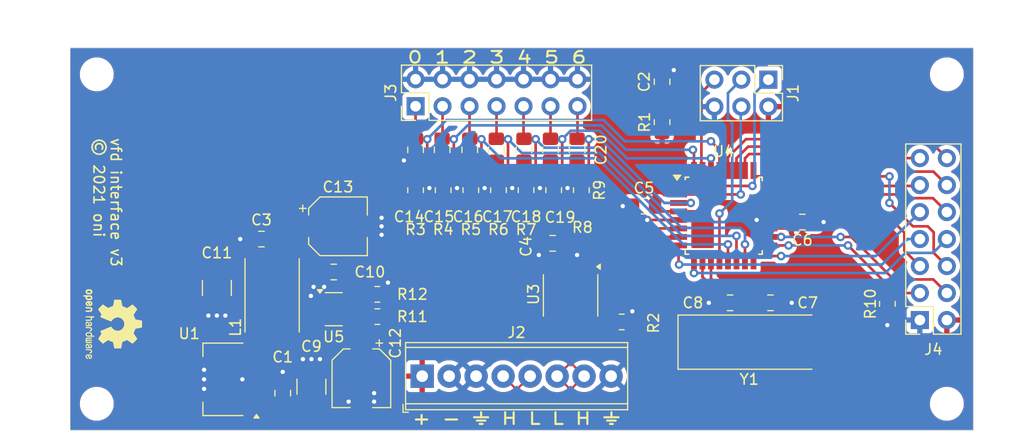
<source format=kicad_pcb>
(kicad_pcb
	(version 20240108)
	(generator "pcbnew")
	(generator_version "8.0")
	(general
		(thickness 1.6)
		(legacy_teardrops no)
	)
	(paper "A4")
	(title_block
		(title "VFD Interface")
		(date "2021-12-12")
		(rev "3")
		(company "© 2021 oni")
	)
	(layers
		(0 "F.Cu" signal)
		(31 "B.Cu" signal)
		(32 "B.Adhes" user "B.Adhesive")
		(33 "F.Adhes" user "F.Adhesive")
		(34 "B.Paste" user)
		(35 "F.Paste" user)
		(36 "B.SilkS" user "B.Silkscreen")
		(37 "F.SilkS" user "F.Silkscreen")
		(38 "B.Mask" user)
		(39 "F.Mask" user)
		(40 "Dwgs.User" user "User.Drawings")
		(41 "Cmts.User" user "User.Comments")
		(42 "Eco1.User" user "User.Eco1")
		(43 "Eco2.User" user "User.Eco2")
		(44 "Edge.Cuts" user)
		(45 "Margin" user)
		(46 "B.CrtYd" user "B.Courtyard")
		(47 "F.CrtYd" user "F.Courtyard")
		(48 "B.Fab" user)
		(49 "F.Fab" user)
	)
	(setup
		(pad_to_mask_clearance 0)
		(allow_soldermask_bridges_in_footprints no)
		(pcbplotparams
			(layerselection 0x00010fc_ffffffff)
			(plot_on_all_layers_selection 0x0000000_00000000)
			(disableapertmacros no)
			(usegerberextensions no)
			(usegerberattributes yes)
			(usegerberadvancedattributes yes)
			(creategerberjobfile yes)
			(dashed_line_dash_ratio 12.000000)
			(dashed_line_gap_ratio 3.000000)
			(svgprecision 4)
			(plotframeref no)
			(viasonmask no)
			(mode 1)
			(useauxorigin no)
			(hpglpennumber 1)
			(hpglpenspeed 20)
			(hpglpendiameter 15.000000)
			(pdf_front_fp_property_popups yes)
			(pdf_back_fp_property_popups yes)
			(dxfpolygonmode yes)
			(dxfimperialunits yes)
			(dxfusepcbnewfont yes)
			(psnegative no)
			(psa4output no)
			(plotreference yes)
			(plotvalue yes)
			(plotfptext yes)
			(plotinvisibletext no)
			(sketchpadsonfab no)
			(subtractmaskfromsilk yes)
			(outputformat 1)
			(mirror no)
			(drillshape 0)
			(scaleselection 1)
			(outputdirectory "plot")
		)
	)
	(net 0 "")
	(net 1 "GND")
	(net 2 "+12V")
	(net 3 "/~{RESET}")
	(net 4 "+5V")
	(net 5 "Net-(U4-XTAL2{slash}PE2)")
	(net 6 "Net-(U4-XTAL1{slash}PE1)")
	(net 7 "/MOSI")
	(net 8 "/SCK")
	(net 9 "/MISO")
	(net 10 "/CAN+")
	(net 11 "/CAN-")
	(net 12 "/BUTTON6")
	(net 13 "/BUTTON5")
	(net 14 "/BUTTON4")
	(net 15 "/BUTTON3")
	(net 16 "/BUTTON2")
	(net 17 "/BUTTON1")
	(net 18 "/BUTTON0")
	(net 19 "Net-(U5-BS)")
	(net 20 "/VFDDB7")
	(net 21 "/VFDDB6")
	(net 22 "/VFDDB5")
	(net 23 "/VFDDB4")
	(net 24 "/VFDDB3")
	(net 25 "/VFDDB2")
	(net 26 "/VFDDB1")
	(net 27 "/VFDDB0")
	(net 28 "/VFDE")
	(net 29 "/VFDR~{W}")
	(net 30 "/VFDRS")
	(net 31 "/CANRX")
	(net 32 "/CANTX")
	(net 33 "Net-(U5-SW)")
	(net 34 "Net-(U3-Rs)")
	(net 35 "Net-(U5-FB)")
	(net 36 "/VF~{RESET}")
	(net 37 "unconnected-(U3-Vref-Pad5)")
	(net 38 "unconnected-(U4-AREF{slash}ISRC-Pad21)")
	(net 39 "unconnected-(U5-EN-Pad5)")
	(footprint "Capacitor_SMD:C_0805_2012Metric_Pad1.18x1.45mm_HandSolder" (layer "F.Cu") (at 174.9 98))
	(footprint "Resistor_SMD:R_0805_2012Metric_Pad1.20x1.40mm_HandSolder" (layer "F.Cu") (at 138.5 95 90))
	(footprint "Capacitor_SMD:C_0805_2012Metric_Pad1.18x1.45mm_HandSolder" (layer "F.Cu") (at 161.7 84.8 90))
	(footprint "Package_SO:SOIC-8_3.9x4.9mm_P1.27mm" (layer "F.Cu") (at 153.09 104.9 -90))
	(footprint "Crystal:Crystal_SMD_HC49-SD" (layer "F.Cu") (at 169.9 109.3))
	(footprint "Symbol:OSHW-Logo2_7.3x6mm_SilkScreen" (layer "F.Cu") (at 110 107.6 -90))
	(footprint "Package_TO_SOT_SMD:SOT-223-3_TabPin2" (layer "F.Cu") (at 120.4 112.8 180))
	(footprint "Connector_PinSocket_2.54mm:PinSocket_2x07_P2.54mm_Vertical" (layer "F.Cu") (at 185.96 107.22 180))
	(footprint "Resistor_SMD:R_0805_2012Metric_Pad1.20x1.40mm_HandSolder" (layer "F.Cu") (at 154.1 95 90))
	(footprint "MountingHole:MountingHole_2.7mm_M2.5_DIN965" (layer "F.Cu") (at 188.5 84.1 180))
	(footprint "Resistor_SMD:R_0805_2012Metric_Pad1.20x1.40mm_HandSolder" (layer "F.Cu") (at 141.1 95 90))
	(footprint "Resistor_SMD:R_0805_2012Metric_Pad1.20x1.40mm_HandSolder" (layer "F.Cu") (at 148.9 95 90))
	(footprint "TerminalBlock_Phoenix:TerminalBlock_Phoenix_MPT-0,5-8-2.54_1x08_P2.54mm_Horizontal" (layer "F.Cu") (at 139.12 112.5))
	(footprint "Resistor_SMD:R_0805_2012Metric_Pad1.20x1.40mm_HandSolder" (layer "F.Cu") (at 157.9 107.4))
	(footprint "Connector_PinHeader_2.54mm:PinHeader_2x07_P2.54mm_Vertical" (layer "F.Cu") (at 138.5 87.1 90))
	(footprint "Capacitor_SMD:C_0805_2012Metric_Pad1.18x1.45mm_HandSolder" (layer "F.Cu") (at 168.1 105.6))
	(footprint "Capacitor_SMD:C_0805_2012Metric_Pad1.18x1.45mm_HandSolder" (layer "F.Cu") (at 151.4 100 180))
	(footprint "Resistor_SMD:R_0805_2012Metric_Pad1.20x1.40mm_HandSolder" (layer "F.Cu") (at 143.7 95 90))
	(footprint "MountingHole:MountingHole_2.7mm_M2.5_DIN965" (layer "F.Cu") (at 108.5 84.1 180))
	(footprint "Connector_PinHeader_2.54mm:PinHeader_2x03_P2.54mm_Vertical" (layer "F.Cu") (at 171.7 84.6 -90))
	(footprint "MountingHole:MountingHole_2.7mm_M2.5_DIN965" (layer "F.Cu") (at 108.5 115.1 180))
	(footprint "MountingHole:MountingHole_2.7mm_M2.5_DIN965" (layer "F.Cu") (at 188.5 115.1 180))
	(footprint "Resistor_SMD:R_0805_2012Metric_Pad1.20x1.40mm_HandSolder" (layer "F.Cu") (at 151.5 95 90))
	(footprint "Resistor_SMD:R_0805_2012Metric_Pad1.20x1.40mm_HandSolder" (layer "F.Cu") (at 146.3 95 90))
	(footprint "Capacitor_SMD:C_0805_2012Metric_Pad1.18x1.45mm_HandSolder" (layer "F.Cu") (at 160 96.5 180))
	(footprint "Resistor_SMD:R_0805_2012Metric_Pad1.20x1.40mm_HandSolder" (layer "F.Cu") (at 161.7 88.6 90))
	(footprint "Capacitor_SMD:C_0805_2012Metric_Pad1.18x1.45mm_HandSolder" (layer "F.Cu") (at 171.9 105.6 180))
	(footprint "Capacitor_SMD:C_0805_2012Metric_Pad1.18x1.45mm_HandSolder" (layer "F.Cu") (at 126 114.1 90))
	(footprint "Resistor_SMD:R_0805_2012Metric_Pad1.20x1.40mm_HandSolder" (layer "F.Cu") (at 182.9 105.7 -90))
	(footprint "Capacitor_SMD:CP_Elec_5x5.3" (layer "F.Cu") (at 131.2 98.4))
	(footprint "Capacitor_SMD:C_0805_2012Metric_Pad1.18x1.45mm_HandSolder" (layer "F.Cu") (at 124 99.6 180))
	(footprint "Capacitor_SMD:C_1210_3225Metric_Pad1.33x2.70mm_HandSolder" (layer "F.Cu") (at 119.8 104.2 -90))
	(footprint "Capacitor_SMD:C_0805_2012Metric_Pad1.18x1.45mm_HandSolder" (layer "F.Cu") (at 130.8 102.7 180))
	(footprint "Package_TO_SOT_SMD:SOT-23-6" (layer "F.Cu") (at 130.8 106.2))
	(footprint "Inductor_SMD:L_Taiyo-Yuden_NR-50xx_HandSoldering"
		(layer "F.Cu")
		(uuid "00000000-0000-0000-0000-000061d64e26")
		(at 125 104.9 90)
		(descr "Inductor, Taiyo Yuden, NR series, Taiyo-Yuden_NR-50xx, 4.9mmx4.9mm")
		(tags "inductor taiyo-yuden nr smd")
		(property "Reference" "L1"
			(at -3 -3.45 90)
			(layer "F.SilkS")
			(uuid "419828e3-c752-4f6e-a84d-29761f24031c")
			(effects
				(font
					(size 1 1)
					(thickness 0.15)
				)
			)
		)
		(property "Value" "3.3u"
			(at 0 3.95 90)
			(layer "F.Fab")
			(uuid "09397be1-fbd2-4be5-be37-f88b97a7fb2e")
			(effects
				(font
					(size 1 1)
					(thickness 0.15)
				)
			)
		)
		(property "Footprint" "Inductor_SMD:L_Taiyo-Yuden_NR-50xx_HandSoldering"
			(at 0 0 90)
			(layer "F.Fab")
			(hide yes)
			(uuid "27cf1168-218d-4fcc-994e-edcdd724a2e9")
			(effects
				(font
					(size 1.27 1.27)
					(thickness 0.15)
				)
			)
		)
		(property "Datasheet" ""
			(at 0 0 90)
			(layer "F.Fab")
			(hide yes)
			(uuid "904995dd-6922-4a01-819f-dd9db8b646f9")
			(effects
				(font
					(size 1.27 1.27)
					(thickness 0.15)
				)
			)
		)
		(property "Description" "Inductor"
			(at 0 0 90)
			(layer "F.Fab")
			(hide yes)
			(uuid "8a6d293d-e9cc-468a-bd34-bdf982f402ee")
			(effects
				(font
					(size 1.27 1.27)
					(thickness 0.15)
				)
			)
		)
		(property ki_fp_filters "Choke_* *Coil* Inductor_* L_*")
		(path "/00000000-0000-0000-0000-00006098839d")
		(sheetname "Root")
		(sheetfile "display.kicad_sch")
		(attr smd)
		(fp_line
			(start -3.45 -2.55)
			(end 3.45 -2.55)
			(stroke
				(width 0.12)
				(type solid)
			)
			(layer "F.SilkS")
			(uuid "f680c7a8-c885-493e-8678-f091ba778741")
		)
		(fp_line
			(start -3.45 2.55)
			(end 3.45 2.55)
			(stroke
				(width 0.12)
				(type solid)
			)
			(layer "F.SilkS")
			(uuid "292fad9f-820c-4281-866a-2d317b3d9861")
		)
		(fp_line
			(start 3.75 -2.75)
			(end -3.75 -2.75)
			(stroke
				(width 0.05)
				(type solid)
			)
			(layer "F.CrtYd")
			(uuid "6892d221-0c29-4f41-9f57-11257129bdea")
		)
		(fp_line
			(start -3.75 -2.75)
			(end -3.75 2.75)
			(stroke
				(width 0.05)
				(type solid)
			)
			(layer "F.CrtYd")
			(uuid "99984aba-788c-4915-b9ad-a6e2ec205922")
		)
		(fp_line
			(start 3.75 2.75)
			(end 3.75 -2.75)
			(stroke
				(width 0.05)
				(type solid)
			)
			(layer "F.CrtYd")
			(uuid "1d8d3f97-b8e1-49f5-b097-38aa993da2df")
		)
		(fp_line
			(start -3.75 2.75)
			(end 3.75 2.75)
			(stroke
				(width 0.05)
				(type solid)
			)
			(layer "F.CrtYd")
			(uuid "db0cc933-29e5-4633-b54d-8188a197597f")
		)
		(fp_line
			(start 1.65 -2.45)
			(end 0 -2.45)
			(stroke
				(width 0.1)
				(type solid)
			)
			(layer "F.Fab")
			(uuid "04c84aa5-1369-493f-89dd-4032c2c61c14")
		)
		(fp_line
			(start -1.65 -2.45)
			(end 0 -2.45)
			(stroke
				(width 0.1)
				(type solid)
			)
			(layer "F.Fab")
			(uuid "be600b05-976f-424c-8133-51224ee1e55d")
		)
		(fp_line
			(start 2.45 -1.65)
			(end 1.65 -2.45)
			(stroke
				(width 0.1)
				(type solid)
			)
			(layer "F.Fab")
			(uuid "497a2847-ca29-4fc4-9f77-94c7d42bea1f")
		)
		(fp_line
			(start -2.45 -1.65)
			(end -1.65 -2.45)
			(stroke
				(width 0.1)
				(type solid)
			)
			(layer "F.Fab")
			(uuid "da2a579d-8dbd-4ce5-8cab-b51b497893b1")
		)
		(fp_line
			(start 2.45 0)
			(end 2.45 -1.65)
			(stroke
				(width 0.1)
				(type solid)
			)
			(layer "F.Fab")
			(uuid "e5ba6c66-a625-4dfc-bd8b-f84af5715904")
		)
		(fp_line
			(start 2.45 0)
			(end 2.45 1.65)
			(stroke
				(width 0.1)
				(type solid)
			)
			(layer "F.Fab")
			(uuid "30967af7-741d-418e-9920-92dd0c5aec8f")
		)
		(fp_line
			(start -2.45 0)
			(end -2.45 -1.65)
			(stroke
				(width 0.1)
				(type solid)
			)
			(layer "F.Fab")
			(uuid "8f299db2-fba4-4814-b70f-bfdcd85cf175")
		)
		(fp_line
			(start -2.45 0)
			(end -2.45 1.65)
			(stroke
				(width 0.1)
				(type solid)
			)
			(layer "F.Fab")
			(uuid "9bfe43d1-6
... [347711 chars truncated]
</source>
